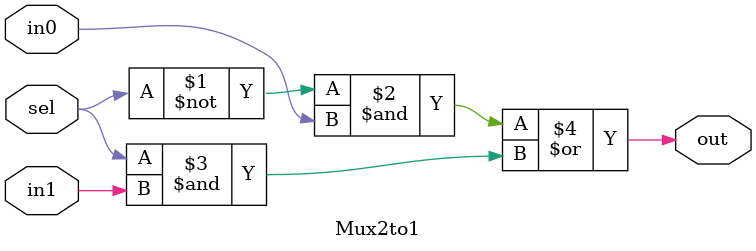
<source format=v>
`timescale 1ns / 1ps


module Mux2to1(
    input in0, in1, sel,
    output out
    );    
    
    assign out = (~sel & in0) | (sel & in1);
endmodule

</source>
